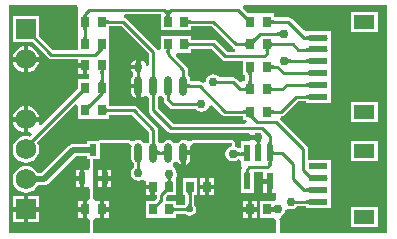
<source format=gtl>
G04 Layer_Physical_Order=1*
G04 Layer_Color=255*
%FSLAX24Y24*%
%MOIN*%
G70*
G01*
G75*
%ADD10R,0.0709X0.0472*%
%ADD11R,0.0610X0.0236*%
%ADD12R,0.0220X0.0580*%
%ADD13R,0.0264X0.0354*%
%ADD14O,0.0256X0.0650*%
%ADD15R,0.0276X0.0374*%
%ADD16R,0.0236X0.0394*%
%ADD17C,0.0100*%
%ADD18C,0.0200*%
%ADD19C,0.0680*%
%ADD20R,0.0680X0.0680*%
%ADD21C,0.0300*%
%ADD22C,0.0236*%
G36*
X5590Y7581D02*
X5577Y7566D01*
X5565Y7551D01*
X5554Y7535D01*
X5545Y7519D01*
X5537Y7502D01*
X5531Y7485D01*
X5526Y7467D01*
X5527Y7461D01*
X5532Y7450D01*
X5537Y7441D01*
X5544Y7434D01*
X5551Y7429D01*
X5560Y7426D01*
X5569Y7425D01*
X5520D01*
X5519Y7410D01*
X5419D01*
X5419Y7425D01*
X5369D01*
X5379Y7426D01*
X5387Y7429D01*
X5395Y7434D01*
X5401Y7441D01*
X5407Y7450D01*
X5411Y7461D01*
X5413Y7467D01*
X5408Y7485D01*
X5402Y7502D01*
X5394Y7519D01*
X5385Y7535D01*
X5374Y7551D01*
X5362Y7566D01*
X5349Y7581D01*
X5399Y7672D01*
X5413Y7659D01*
X5427Y7649D01*
X5441Y7642D01*
X5455Y7638D01*
X5469Y7637D01*
X5484Y7638D01*
X5498Y7642D01*
X5512Y7649D01*
X5526Y7659D01*
X5540Y7672D01*
X5590Y7581D01*
D02*
G37*
G36*
X2770Y7501D02*
X2771Y7485D01*
X2773Y7471D01*
X2776Y7459D01*
X2780Y7448D01*
X2785Y7440D01*
X2791Y7433D01*
X2797Y7429D01*
X2805Y7426D01*
X2813Y7425D01*
X2626D01*
X2634Y7426D01*
X2642Y7429D01*
X2648Y7433D01*
X2654Y7440D01*
X2659Y7448D01*
X2663Y7459D01*
X2666Y7471D01*
X2668Y7485D01*
X2669Y7501D01*
X2669Y7519D01*
X2769D01*
X2770Y7501D01*
D02*
G37*
G36*
X8066Y7475D02*
X8106Y7441D01*
X8123Y7429D01*
X8138Y7420D01*
X8151Y7414D01*
X8162Y7412D01*
X8172Y7413D01*
X8179Y7417D01*
X8185Y7425D01*
X8090Y7239D01*
X8094Y7249D01*
X8095Y7260D01*
X8093Y7271D01*
X8090Y7284D01*
X8084Y7298D01*
X8075Y7312D01*
X8065Y7328D01*
X8051Y7344D01*
X8036Y7362D01*
X8018Y7381D01*
X8044Y7497D01*
X8066Y7475D01*
D02*
G37*
G36*
X8912Y7340D02*
X8915Y7332D01*
X8920Y7325D01*
X8927Y7318D01*
X8936Y7312D01*
X8947Y7308D01*
X8960Y7304D01*
X8975Y7302D01*
X8992Y7301D01*
X9011Y7300D01*
Y7200D01*
X8992Y7200D01*
X8975Y7198D01*
X8960Y7196D01*
X8947Y7192D01*
X8936Y7188D01*
X8927Y7182D01*
X8920Y7175D01*
X8915Y7168D01*
X8912Y7160D01*
X8911Y7150D01*
Y7350D01*
X8912Y7340D01*
D02*
G37*
G36*
X6162D02*
X6165Y7332D01*
X6170Y7325D01*
X6177Y7318D01*
X6186Y7312D01*
X6197Y7308D01*
X6210Y7304D01*
X6225Y7302D01*
X6242Y7301D01*
X6261Y7300D01*
Y7200D01*
X6242Y7200D01*
X6225Y7198D01*
X6210Y7196D01*
X6197Y7192D01*
X6186Y7188D01*
X6177Y7182D01*
X6170Y7175D01*
X6165Y7168D01*
X6162Y7160D01*
X6161Y7150D01*
Y7350D01*
X6162Y7340D01*
D02*
G37*
G36*
X3411D02*
X3414Y7332D01*
X3419Y7325D01*
X3426Y7318D01*
X3435Y7312D01*
X3446Y7308D01*
X3460Y7304D01*
X3475Y7302D01*
X3492Y7301D01*
X3511Y7300D01*
Y7200D01*
X3492Y7200D01*
X3475Y7198D01*
X3460Y7196D01*
X3446Y7192D01*
X3435Y7188D01*
X3426Y7182D01*
X3419Y7175D01*
X3414Y7168D01*
X3411Y7160D01*
X3410Y7150D01*
Y7350D01*
X3411Y7340D01*
D02*
G37*
G36*
X2810Y7074D02*
X2801Y7071D01*
X2794Y7066D01*
X2787Y7059D01*
X2782Y7050D01*
X2777Y7039D01*
X2774Y7026D01*
X2771Y7010D01*
X2770Y6993D01*
X2769Y6974D01*
X2669D01*
X2669Y6993D01*
X2667Y7010D01*
X2665Y7026D01*
X2661Y7039D01*
X2657Y7050D01*
X2651Y7059D01*
X2645Y7066D01*
X2637Y7071D01*
X2629Y7074D01*
X2619Y7075D01*
X2819D01*
X2810Y7074D01*
D02*
G37*
G36*
X9243Y6745D02*
X9232Y6755D01*
X9221Y6765D01*
X9209Y6773D01*
X9197Y6780D01*
X9185Y6786D01*
X9172Y6791D01*
X9159Y6795D01*
X9146Y6798D01*
X9132Y6799D01*
X9119Y6800D01*
Y6900D01*
X9132Y6901D01*
X9146Y6902D01*
X9159Y6905D01*
X9172Y6909D01*
X9185Y6914D01*
X9197Y6920D01*
X9209Y6927D01*
X9221Y6935D01*
X9232Y6945D01*
X9243Y6955D01*
Y6745D01*
D02*
G37*
G36*
X2770Y6767D02*
X2771Y6749D01*
X2774Y6734D01*
X2777Y6721D01*
X2782Y6710D01*
X2787Y6701D01*
X2794Y6694D01*
X2801Y6689D01*
X2810Y6686D01*
X2819Y6685D01*
X2619D01*
X2629Y6686D01*
X2637Y6689D01*
X2645Y6694D01*
X2651Y6701D01*
X2657Y6710D01*
X2661Y6721D01*
X2665Y6734D01*
X2667Y6749D01*
X2669Y6767D01*
X2669Y6786D01*
X2769D01*
X2770Y6767D01*
D02*
G37*
G36*
X8417Y6637D02*
X8399Y6618D01*
X8371Y6584D01*
X8361Y6569D01*
X8352Y6554D01*
X8346Y6541D01*
X8343Y6528D01*
X8342Y6516D01*
X8343Y6505D01*
X8346Y6495D01*
X8254Y6686D01*
X8260Y6678D01*
X8267Y6673D01*
X8276Y6672D01*
X8288Y6674D01*
X8301Y6680D01*
X8316Y6688D01*
X8333Y6700D01*
X8352Y6716D01*
X8395Y6757D01*
X8417Y6637D01*
D02*
G37*
G36*
X10197Y6618D02*
X10196Y6628D01*
X10193Y6636D01*
X10188Y6644D01*
X10181Y6651D01*
X10172Y6656D01*
X10161Y6661D01*
X10148Y6664D01*
X10133Y6666D01*
X10115Y6668D01*
X10096Y6668D01*
Y6769D01*
X10115Y6769D01*
X10133Y6770D01*
X10148Y6773D01*
X10161Y6776D01*
X10172Y6781D01*
X10181Y6787D01*
X10188Y6793D01*
X10193Y6801D01*
X10196Y6809D01*
X10197Y6819D01*
Y6618D01*
D02*
G37*
G36*
X8928Y6590D02*
X8931Y6582D01*
X8936Y6575D01*
X8943Y6568D01*
X8952Y6562D01*
X8963Y6558D01*
X8976Y6554D01*
X8991Y6552D01*
X9008Y6550D01*
X9027Y6550D01*
Y6450D01*
X9008Y6449D01*
X8991Y6448D01*
X8976Y6446D01*
X8963Y6442D01*
X8952Y6438D01*
X8943Y6432D01*
X8936Y6425D01*
X8931Y6418D01*
X8928Y6410D01*
X8927Y6400D01*
Y6600D01*
X8928Y6590D01*
D02*
G37*
G36*
X8074Y6400D02*
X8073Y6410D01*
X8070Y6418D01*
X8065Y6425D01*
X8058Y6432D01*
X8049Y6438D01*
X8038Y6442D01*
X8025Y6446D01*
X8009Y6448D01*
X7992Y6449D01*
X7973Y6450D01*
Y6550D01*
X7992Y6550D01*
X8009Y6552D01*
X8025Y6554D01*
X8038Y6558D01*
X8049Y6562D01*
X8058Y6568D01*
X8065Y6575D01*
X8070Y6582D01*
X8073Y6590D01*
X8074Y6600D01*
Y6400D01*
D02*
G37*
G36*
X6161Y6590D02*
X6164Y6582D01*
X6169Y6575D01*
X6176Y6568D01*
X6185Y6562D01*
X6196Y6558D01*
X6210Y6554D01*
X6225Y6552D01*
X6242Y6550D01*
X6261Y6550D01*
Y6450D01*
X6242Y6449D01*
X6225Y6448D01*
X6210Y6446D01*
X6196Y6442D01*
X6185Y6438D01*
X6176Y6432D01*
X6169Y6425D01*
X6164Y6418D01*
X6161Y6410D01*
X6160Y6400D01*
Y6600D01*
X6161Y6590D01*
D02*
G37*
G36*
X3356Y6315D02*
X3345Y6318D01*
X3334Y6319D01*
X3322Y6317D01*
X3309Y6313D01*
X3295Y6307D01*
X3281Y6299D01*
X3265Y6288D01*
X3249Y6276D01*
X3232Y6261D01*
X3214Y6243D01*
X3083Y6254D01*
X3106Y6277D01*
X3141Y6318D01*
X3153Y6335D01*
X3162Y6350D01*
X3167Y6363D01*
X3169Y6374D01*
X3168Y6383D01*
X3163Y6390D01*
X3155Y6395D01*
X3356Y6315D01*
D02*
G37*
G36*
X2467Y7800D02*
X2472Y7700D01*
X2472Y7700D01*
X2472Y7700D01*
Y6303D01*
X1663D01*
X1190Y6776D01*
Y7440D01*
X310D01*
Y6560D01*
X974D01*
X1492Y6042D01*
X1541Y6009D01*
X1600Y5997D01*
X2488D01*
Y5875D01*
X2719D01*
Y5800D01*
X2794D01*
Y5523D01*
X2850D01*
Y5327D01*
X2488D01*
Y5034D01*
X1251Y3797D01*
X1166Y3854D01*
X1179Y3885D01*
X1184Y3925D01*
X825D01*
Y3566D01*
X865Y3571D01*
X896Y3584D01*
X953Y3499D01*
X877Y3424D01*
X865Y3429D01*
X750Y3444D01*
X635Y3429D01*
X528Y3384D01*
X436Y3314D01*
X366Y3222D01*
X321Y3115D01*
X306Y3000D01*
X321Y2885D01*
X366Y2778D01*
X436Y2686D01*
X528Y2616D01*
X635Y2571D01*
X750Y2556D01*
X865Y2571D01*
X972Y2616D01*
X1064Y2686D01*
X1134Y2778D01*
X1179Y2885D01*
X1194Y3000D01*
X1179Y3115D01*
X1134Y3222D01*
X1123Y3237D01*
X2379Y4494D01*
X2472Y4455D01*
Y4013D01*
X3528D01*
Y4147D01*
X4287D01*
X4847Y3587D01*
Y3270D01*
X4846Y3260D01*
X4846Y3256D01*
X4836Y3249D01*
X4806Y3204D01*
X4796Y3201D01*
X4704D01*
X4694Y3204D01*
X4664Y3249D01*
X4589Y3299D01*
X4500Y3317D01*
X4411Y3299D01*
X4362Y3266D01*
X4284Y3271D01*
X4242Y3289D01*
X4242Y3289D01*
X4236Y3291D01*
X4231Y3294D01*
X4217Y3297D01*
X4204Y3301D01*
X4198Y3301D01*
X4192Y3302D01*
X3218D01*
X3179Y3294D01*
X3146Y3272D01*
X3144Y3269D01*
X2782D01*
Y3176D01*
X2322D01*
X2244Y3161D01*
X2178Y3117D01*
X1266Y2204D01*
X1142D01*
X1134Y2222D01*
X1064Y2314D01*
X972Y2384D01*
X865Y2429D01*
X750Y2444D01*
X635Y2429D01*
X528Y2384D01*
X436Y2314D01*
X366Y2222D01*
X321Y2115D01*
X306Y2000D01*
X321Y1885D01*
X366Y1778D01*
X436Y1686D01*
X528Y1616D01*
X635Y1571D01*
X750Y1556D01*
X865Y1571D01*
X972Y1616D01*
X1064Y1686D01*
X1134Y1778D01*
X1142Y1796D01*
X1350D01*
X1428Y1812D01*
X1494Y1856D01*
X2407Y2769D01*
X2782D01*
Y2676D01*
X2898D01*
Y2402D01*
X2844Y2324D01*
X2798Y2324D01*
X2701D01*
Y2028D01*
Y1731D01*
X2798D01*
X2844Y1731D01*
X2898Y1653D01*
Y1365D01*
X2863Y1322D01*
X2834Y1296D01*
X2826Y1290D01*
X2826Y1290D01*
X2820Y1287D01*
X2819Y1287D01*
X2785D01*
Y1000D01*
Y713D01*
X2819D01*
X2820Y713D01*
X2826Y710D01*
X2826Y710D01*
X2834Y704D01*
X2863Y678D01*
X2898Y635D01*
Y200D01*
X2798Y200D01*
X200D01*
Y7800D01*
X2467D01*
D02*
G37*
G36*
X5238Y6973D02*
X5701D01*
Y6973D01*
X5799D01*
Y6973D01*
X6262D01*
Y7097D01*
X6937D01*
X7642Y6392D01*
X7691Y6359D01*
X7720Y6353D01*
X7711Y6253D01*
X7463D01*
X7108Y6608D01*
X7059Y6641D01*
X7000Y6653D01*
X6262D01*
Y6777D01*
X5799D01*
Y6777D01*
X5701D01*
Y6777D01*
X5238D01*
Y6359D01*
X5145Y6313D01*
X5138Y6314D01*
X5108Y6358D01*
X4108Y7358D01*
X4059Y7391D01*
X4030Y7397D01*
X4039Y7497D01*
X5238D01*
Y6973D01*
D02*
G37*
G36*
X10197Y6225D02*
X10196Y6234D01*
X10193Y6243D01*
X10188Y6250D01*
X10181Y6257D01*
X10172Y6262D01*
X10161Y6267D01*
X10148Y6270D01*
X10133Y6273D01*
X10115Y6274D01*
X10096Y6275D01*
Y6375D01*
X10115Y6375D01*
X10133Y6377D01*
X10148Y6379D01*
X10161Y6383D01*
X10172Y6387D01*
X10181Y6393D01*
X10188Y6399D01*
X10193Y6407D01*
X10196Y6415D01*
X10197Y6425D01*
Y6225D01*
D02*
G37*
G36*
X5560Y6324D02*
X5551Y6321D01*
X5544Y6316D01*
X5537Y6309D01*
X5532Y6300D01*
X5527Y6289D01*
X5524Y6276D01*
X5521Y6260D01*
X5520Y6243D01*
X5519Y6224D01*
X5419D01*
X5419Y6243D01*
X5417Y6260D01*
X5415Y6276D01*
X5411Y6289D01*
X5407Y6300D01*
X5401Y6309D01*
X5395Y6316D01*
X5387Y6321D01*
X5379Y6324D01*
X5369Y6325D01*
X5569D01*
X5560Y6324D01*
D02*
G37*
G36*
X8881Y6314D02*
X8872Y6311D01*
X8865Y6306D01*
X8858Y6299D01*
X8853Y6290D01*
X8848Y6279D01*
X8845Y6266D01*
X8842Y6251D01*
X8841Y6233D01*
X8840Y6214D01*
X8740D01*
X8740Y6233D01*
X8738Y6251D01*
X8736Y6266D01*
X8732Y6279D01*
X8728Y6290D01*
X8722Y6299D01*
X8716Y6306D01*
X8708Y6311D01*
X8700Y6314D01*
X8690Y6315D01*
X8890D01*
X8881Y6314D01*
D02*
G37*
G36*
X10197Y5850D02*
X10196Y5860D01*
X10193Y5868D01*
X10188Y5875D01*
X10181Y5882D01*
X10172Y5888D01*
X10161Y5892D01*
X10148Y5896D01*
X10132Y5898D01*
X10115Y5900D01*
X10096Y5900D01*
Y6000D01*
X10115Y6000D01*
X10132Y6002D01*
X10147Y6004D01*
X10160Y6008D01*
X10171Y6012D01*
X10180Y6018D01*
X10187Y6024D01*
X10192Y6032D01*
X10195Y6040D01*
X10196Y6050D01*
X10197Y5850D01*
D02*
G37*
G36*
X9468Y6045D02*
X9479Y6035D01*
X9491Y6027D01*
X9503Y6020D01*
X9515Y6014D01*
X9528Y6009D01*
X9541Y6005D01*
X9554Y6002D01*
X9568Y6001D01*
X9581Y6000D01*
Y5900D01*
X9568Y5899D01*
X9554Y5898D01*
X9541Y5895D01*
X9528Y5891D01*
X9515Y5886D01*
X9503Y5880D01*
X9491Y5873D01*
X9479Y5865D01*
X9468Y5855D01*
X9457Y5845D01*
Y6055D01*
X9468Y6045D01*
D02*
G37*
G36*
X4847Y6187D02*
Y5799D01*
X4747Y5789D01*
X4735Y5848D01*
X4680Y5930D01*
X4598Y5985D01*
X4575Y5990D01*
Y5750D01*
X4500D01*
Y5675D01*
X4260D01*
X4265Y5652D01*
X4320Y5570D01*
X4320Y5450D01*
X4285Y5398D01*
X4268Y5309D01*
Y5187D01*
X4500D01*
Y5112D01*
X4575D01*
Y4698D01*
X4589Y4701D01*
X4664Y4751D01*
X4688Y4787D01*
X4788Y4791D01*
X4847Y4720D01*
Y4300D01*
X4859Y4241D01*
X4892Y4192D01*
X5492Y3592D01*
X5541Y3559D01*
X5600Y3547D01*
X8186D01*
X8235Y3475D01*
X8500D01*
Y3325D01*
X8228D01*
X8182Y3260D01*
X7916D01*
Y3084D01*
X7914Y3081D01*
X7873Y3056D01*
X7816Y3040D01*
X7748Y3086D01*
X7725Y3090D01*
Y3095D01*
X7727Y3110D01*
X7717Y3210D01*
X7713Y3224D01*
X7710Y3239D01*
X7707Y3243D01*
X7705Y3248D01*
X7696Y3260D01*
X7688Y3272D01*
X7683Y3275D01*
X7680Y3279D01*
X7667Y3286D01*
X7655Y3294D01*
X7650Y3295D01*
X7645Y3298D01*
X7630Y3299D01*
X7616Y3302D01*
X6308D01*
X6302Y3301D01*
X6296Y3301D01*
X6283Y3297D01*
X6269Y3294D01*
X6264Y3291D01*
X6258Y3289D01*
X6258Y3289D01*
X6216Y3271D01*
X6138Y3266D01*
X6089Y3299D01*
X6000Y3317D01*
X5911Y3299D01*
X5836Y3249D01*
X5806Y3204D01*
X5796Y3201D01*
X5704D01*
X5694Y3204D01*
X5664Y3249D01*
X5589Y3299D01*
X5500Y3317D01*
X5411Y3299D01*
X5336Y3249D01*
X5312Y3213D01*
X5212Y3209D01*
X5153Y3280D01*
Y3650D01*
X5141Y3709D01*
X5108Y3758D01*
X4458Y4408D01*
X4409Y4441D01*
X4350Y4453D01*
X3528D01*
Y4587D01*
Y6213D01*
Y6787D01*
Y7097D01*
X3937D01*
X4847Y6187D01*
D02*
G37*
G36*
X8927Y5840D02*
X8930Y5832D01*
X8935Y5824D01*
X8942Y5818D01*
X8951Y5813D01*
X8962Y5808D01*
X8975Y5804D01*
X8991Y5802D01*
X9008Y5800D01*
X9027Y5800D01*
Y5700D01*
X9008Y5699D01*
X8991Y5698D01*
X8975Y5695D01*
X8962Y5692D01*
X8951Y5688D01*
X8942Y5682D01*
X8935Y5676D01*
X8930Y5668D01*
X8927Y5659D01*
X8926Y5650D01*
Y5850D01*
X8927Y5840D01*
D02*
G37*
G36*
X3371Y5624D02*
X3363Y5621D01*
X3355Y5616D01*
X3349Y5609D01*
X3343Y5600D01*
X3339Y5589D01*
X3335Y5576D01*
X3333Y5560D01*
X3331Y5543D01*
X3331Y5524D01*
X3231D01*
X3230Y5543D01*
X3229Y5560D01*
X3226Y5576D01*
X3223Y5589D01*
X3218Y5600D01*
X3213Y5609D01*
X3206Y5616D01*
X3199Y5621D01*
X3190Y5624D01*
X3181Y5625D01*
X3381D01*
X3371Y5624D01*
D02*
G37*
G36*
X8300Y5564D02*
X8292Y5561D01*
X8284Y5556D01*
X8278Y5549D01*
X8272Y5540D01*
X8268Y5529D01*
X8264Y5516D01*
X8262Y5501D01*
X8260Y5483D01*
X8260Y5464D01*
X8160D01*
X8159Y5483D01*
X8158Y5501D01*
X8155Y5516D01*
X8152Y5529D01*
X8147Y5540D01*
X8142Y5549D01*
X8135Y5556D01*
X8128Y5561D01*
X8119Y5564D01*
X8110Y5565D01*
X8310D01*
X8300Y5564D01*
D02*
G37*
G36*
X10197Y5437D02*
X10196Y5447D01*
X10193Y5455D01*
X10188Y5463D01*
X10181Y5469D01*
X10172Y5475D01*
X10161Y5479D01*
X10148Y5483D01*
X10133Y5485D01*
X10115Y5487D01*
X10096Y5487D01*
Y5587D01*
X10115Y5588D01*
X10133Y5589D01*
X10148Y5592D01*
X10161Y5595D01*
X10172Y5600D01*
X10181Y5605D01*
X10188Y5612D01*
X10193Y5619D01*
X10196Y5628D01*
X10197Y5637D01*
Y5437D01*
D02*
G37*
G36*
X6050Y5499D02*
X6054Y5454D01*
X6058Y5436D01*
X6062Y5421D01*
X6068Y5408D01*
X6074Y5399D01*
X6081Y5392D01*
X6090Y5388D01*
X6099Y5386D01*
X5901D01*
X5910Y5388D01*
X5919Y5392D01*
X5926Y5399D01*
X5932Y5408D01*
X5938Y5421D01*
X5942Y5436D01*
X5946Y5454D01*
X5948Y5475D01*
X5950Y5499D01*
X5950Y5526D01*
X6050D01*
X6050Y5499D01*
D02*
G37*
G36*
X5050D02*
X5054Y5454D01*
X5058Y5436D01*
X5062Y5421D01*
X5068Y5408D01*
X5074Y5399D01*
X5081Y5392D01*
X5090Y5388D01*
X5099Y5386D01*
X4901D01*
X4910Y5388D01*
X4919Y5392D01*
X4926Y5399D01*
X4932Y5408D01*
X4938Y5421D01*
X4942Y5436D01*
X4946Y5454D01*
X4948Y5475D01*
X4950Y5499D01*
X4950Y5526D01*
X5050D01*
X5050Y5499D01*
D02*
G37*
G36*
X4595Y5632D02*
X4585Y5621D01*
X4577Y5609D01*
X4570Y5597D01*
X4564Y5585D01*
X4559Y5572D01*
X4555Y5559D01*
X4552Y5546D01*
X4551Y5532D01*
X4550Y5521D01*
X4550Y5499D01*
X4554Y5454D01*
X4558Y5436D01*
X4562Y5421D01*
X4568Y5408D01*
X4574Y5399D01*
X4581Y5392D01*
X4590Y5388D01*
X4599Y5386D01*
X4401D01*
X4410Y5388D01*
X4419Y5392D01*
X4426Y5399D01*
X4432Y5408D01*
X4438Y5421D01*
X4442Y5436D01*
X4446Y5454D01*
X4448Y5475D01*
X4450Y5499D01*
X4450Y5521D01*
X4449Y5532D01*
X4448Y5546D01*
X4445Y5559D01*
X4441Y5572D01*
X4436Y5585D01*
X4430Y5597D01*
X4423Y5609D01*
X4415Y5621D01*
X4405Y5632D01*
X4395Y5643D01*
X4605D01*
X4595Y5632D01*
D02*
G37*
G36*
X7292Y5992D02*
X7341Y5959D01*
X7400Y5947D01*
X7972D01*
Y5463D01*
X8057D01*
Y5277D01*
X7988D01*
Y5270D01*
X7888Y5229D01*
X7758Y5358D01*
X7709Y5391D01*
X7650Y5403D01*
X7198D01*
X7180Y5430D01*
X7098Y5485D01*
X7000Y5505D01*
X6902Y5485D01*
X6820Y5430D01*
X6765Y5348D01*
X6747Y5261D01*
X6710Y5238D01*
X6650Y5216D01*
X6646Y5220D01*
X6596Y5253D01*
X6538Y5265D01*
X6232D01*
Y5309D01*
X6215Y5398D01*
X6164Y5473D01*
X6155Y5480D01*
X6153Y5498D01*
Y5650D01*
X6141Y5709D01*
X6108Y5758D01*
X5743Y6123D01*
X5785Y6223D01*
X5799D01*
Y6223D01*
X6262D01*
Y6347D01*
X6937D01*
X7292Y5992D01*
D02*
G37*
G36*
X3331Y5307D02*
X3333Y5290D01*
X3335Y5274D01*
X3339Y5261D01*
X3343Y5250D01*
X3349Y5241D01*
X3355Y5234D01*
X3363Y5229D01*
X3371Y5226D01*
X3381Y5225D01*
X3181D01*
X3190Y5226D01*
X3199Y5229D01*
X3206Y5234D01*
X3213Y5241D01*
X3218Y5250D01*
X3223Y5261D01*
X3226Y5274D01*
X3229Y5290D01*
X3230Y5307D01*
X3231Y5326D01*
X3331D01*
X3331Y5307D01*
D02*
G37*
G36*
X8260Y5257D02*
X8262Y5240D01*
X8264Y5224D01*
X8268Y5211D01*
X8272Y5200D01*
X8278Y5191D01*
X8284Y5184D01*
X8292Y5179D01*
X8300Y5176D01*
X8310Y5175D01*
X8110D01*
X8119Y5176D01*
X8128Y5179D01*
X8135Y5184D01*
X8142Y5191D01*
X8147Y5200D01*
X8152Y5211D01*
X8155Y5224D01*
X8158Y5240D01*
X8159Y5257D01*
X8160Y5276D01*
X8260D01*
X8260Y5257D01*
D02*
G37*
G36*
X10197Y5044D02*
X10196Y5053D01*
X10193Y5062D01*
X10188Y5069D01*
X10181Y5076D01*
X10172Y5081D01*
X10161Y5086D01*
X10148Y5089D01*
X10133Y5092D01*
X10115Y5093D01*
X10096Y5094D01*
Y5194D01*
X10115Y5194D01*
X10133Y5196D01*
X10148Y5198D01*
X10161Y5202D01*
X10172Y5206D01*
X10181Y5212D01*
X10188Y5218D01*
X10193Y5226D01*
X10196Y5234D01*
X10197Y5244D01*
Y5044D01*
D02*
G37*
G36*
X6128Y5203D02*
X6131Y5194D01*
X6136Y5187D01*
X6143Y5180D01*
X6152Y5175D01*
X6163Y5170D01*
X6176Y5167D01*
X6191Y5164D01*
X6209Y5163D01*
X6228Y5162D01*
Y5062D01*
X6209Y5062D01*
X6191Y5060D01*
X6176Y5058D01*
X6163Y5054D01*
X6152Y5050D01*
X6143Y5044D01*
X6136Y5038D01*
X6131Y5030D01*
X6128Y5022D01*
X6127Y5012D01*
Y5212D01*
X6128Y5203D01*
D02*
G37*
G36*
X8912Y5091D02*
X8915Y5082D01*
X8920Y5074D01*
X8927Y5068D01*
X8936Y5063D01*
X8947Y5058D01*
X8960Y5055D01*
X8975Y5052D01*
X8992Y5051D01*
X9011Y5050D01*
Y4950D01*
X8992Y4949D01*
X8975Y4948D01*
X8960Y4945D01*
X8947Y4942D01*
X8936Y4938D01*
X8927Y4932D01*
X8920Y4925D01*
X8915Y4918D01*
X8912Y4909D01*
X8911Y4900D01*
Y5100D01*
X8912Y5091D01*
D02*
G37*
G36*
X8090Y4900D02*
X8089Y4909D01*
X8086Y4918D01*
X8081Y4925D01*
X8074Y4932D01*
X8065Y4938D01*
X8054Y4942D01*
X8040Y4945D01*
X8025Y4948D01*
X8008Y4949D01*
X7989Y4950D01*
Y5050D01*
X8008Y5051D01*
X8025Y5052D01*
X8040Y5055D01*
X8054Y5058D01*
X8065Y5063D01*
X8074Y5068D01*
X8081Y5074D01*
X8086Y5082D01*
X8089Y5091D01*
X8090Y5100D01*
Y4900D01*
D02*
G37*
G36*
X5590Y4837D02*
X5581Y4833D01*
X5574Y4826D01*
X5568Y4816D01*
X5562Y4803D01*
X5558Y4788D01*
X5554Y4770D01*
X5552Y4749D01*
X5550Y4725D01*
X5550Y4699D01*
X5450D01*
X5450Y4725D01*
X5446Y4770D01*
X5442Y4788D01*
X5438Y4803D01*
X5432Y4816D01*
X5426Y4826D01*
X5419Y4833D01*
X5410Y4837D01*
X5401Y4838D01*
X5599D01*
X5590Y4837D01*
D02*
G37*
G36*
X5090D02*
X5081Y4833D01*
X5074Y4826D01*
X5068Y4816D01*
X5062Y4803D01*
X5058Y4788D01*
X5054Y4770D01*
X5052Y4749D01*
X5050Y4725D01*
X5050Y4699D01*
X4950D01*
X4950Y4725D01*
X4946Y4770D01*
X4942Y4788D01*
X4938Y4803D01*
X4932Y4816D01*
X4926Y4826D01*
X4919Y4833D01*
X4910Y4837D01*
X4901Y4838D01*
X5099D01*
X5090Y4837D01*
D02*
G37*
G36*
X10197Y4650D02*
X10196Y4660D01*
X10193Y4668D01*
X10188Y4676D01*
X10181Y4682D01*
X10172Y4688D01*
X10161Y4692D01*
X10148Y4696D01*
X10133Y4698D01*
X10115Y4699D01*
X10096Y4700D01*
Y4800D01*
X10115Y4800D01*
X10133Y4802D01*
X10148Y4805D01*
X10161Y4808D01*
X10172Y4812D01*
X10181Y4818D01*
X10188Y4825D01*
X10193Y4832D01*
X10196Y4841D01*
X10197Y4850D01*
Y4650D01*
D02*
G37*
G36*
X12800Y7800D02*
Y200D01*
X9202D01*
Y645D01*
X9202Y646D01*
X9202Y648D01*
X9201Y653D01*
X9206Y703D01*
X9207Y706D01*
X9240Y753D01*
X9247Y761D01*
X9257Y771D01*
X9330Y820D01*
X9385Y902D01*
X9398Y964D01*
X9482Y1012D01*
X9502Y1015D01*
X9502Y1015D01*
X9600Y995D01*
X9698Y1015D01*
X9780Y1070D01*
X9798Y1097D01*
X10095D01*
Y1031D01*
X10905D01*
Y1425D01*
Y1819D01*
Y2212D01*
Y2648D01*
X10153D01*
Y3000D01*
X10141Y3059D01*
X10108Y3108D01*
X9219Y3997D01*
X9227Y4049D01*
X9239Y4073D01*
X9254Y4098D01*
X9309Y4109D01*
X9358Y4142D01*
X9813Y4597D01*
X10095D01*
Y4534D01*
X10905D01*
Y4928D01*
Y5321D01*
Y5715D01*
Y6109D01*
Y6502D01*
Y6939D01*
X10095D01*
Y6939D01*
X10004Y6962D01*
X9608Y7358D01*
X9559Y7391D01*
X9500Y7403D01*
X9012D01*
Y7527D01*
X8551D01*
X8549Y7527D01*
Y7527D01*
X8451D01*
Y7527D01*
X8162D01*
X8140Y7545D01*
X7986Y7700D01*
X8027Y7800D01*
X12800D01*
D02*
G37*
G36*
X2917Y4437D02*
X2899Y4418D01*
X2871Y4384D01*
X2860Y4369D01*
X2852Y4354D01*
X2846Y4340D01*
X2842Y4328D01*
X2841Y4316D01*
X2842Y4305D01*
X2845Y4295D01*
X2754Y4485D01*
X2760Y4477D01*
X2767Y4472D01*
X2776Y4471D01*
X2787Y4474D01*
X2801Y4479D01*
X2816Y4488D01*
X2833Y4500D01*
X2852Y4516D01*
X2895Y4557D01*
X2917Y4437D01*
D02*
G37*
G36*
X3427Y4390D02*
X3430Y4382D01*
X3435Y4374D01*
X3442Y4368D01*
X3451Y4363D01*
X3462Y4358D01*
X3475Y4354D01*
X3491Y4352D01*
X3508Y4351D01*
X3527Y4350D01*
Y4250D01*
X3508Y4250D01*
X3491Y4248D01*
X3475Y4245D01*
X3462Y4242D01*
X3451Y4238D01*
X3442Y4232D01*
X3435Y4225D01*
X3430Y4218D01*
X3427Y4209D01*
X3426Y4200D01*
Y4400D01*
X3427Y4390D01*
D02*
G37*
G36*
X8911Y4340D02*
X8914Y4332D01*
X8919Y4324D01*
X8926Y4318D01*
X8935Y4313D01*
X8946Y4308D01*
X8960Y4304D01*
X8975Y4302D01*
X8992Y4300D01*
X9011Y4300D01*
Y4200D01*
X8992Y4200D01*
X8975Y4198D01*
X8960Y4196D01*
X8946Y4192D01*
X8935Y4187D01*
X8926Y4182D01*
X8919Y4175D01*
X8914Y4168D01*
X8911Y4160D01*
X8910Y4150D01*
Y4350D01*
X8911Y4340D01*
D02*
G37*
G36*
X8089Y4150D02*
X8088Y4160D01*
X8085Y4168D01*
X8080Y4175D01*
X8073Y4182D01*
X8064Y4187D01*
X8053Y4192D01*
X8040Y4196D01*
X8025Y4198D01*
X8008Y4200D01*
X7989Y4200D01*
Y4300D01*
X8008Y4300D01*
X8025Y4302D01*
X8040Y4304D01*
X8053Y4308D01*
X8064Y4313D01*
X8073Y4318D01*
X8080Y4324D01*
X8085Y4332D01*
X8088Y4340D01*
X8089Y4350D01*
Y4150D01*
D02*
G37*
G36*
X8350Y4074D02*
X8350Y4073D01*
X8352Y4071D01*
X8355Y4068D01*
X8382Y4039D01*
X8417Y4003D01*
X8276D01*
X8262Y4017D01*
X8247Y4029D01*
X8233Y4040D01*
X8219Y4049D01*
X8205Y4057D01*
X8191Y4064D01*
X8177Y4069D01*
X8163Y4072D01*
X8149Y4074D01*
X8135Y4075D01*
X8350Y4074D01*
D02*
G37*
G36*
X5347Y4720D02*
Y4650D01*
X5359Y4591D01*
X5392Y4542D01*
X5542Y4392D01*
X5591Y4359D01*
X5650Y4347D01*
X6402D01*
X6420Y4320D01*
X6502Y4265D01*
X6600Y4245D01*
X6698Y4265D01*
X6780Y4320D01*
X6835Y4402D01*
X6845Y4448D01*
X6953Y4481D01*
X7292Y4142D01*
X7341Y4109D01*
X7400Y4097D01*
X7988D01*
Y3973D01*
X8093D01*
X8109Y3950D01*
X8060Y3853D01*
X5663D01*
X5153Y4363D01*
Y4730D01*
X5154Y4740D01*
X5154Y4744D01*
X5164Y4751D01*
X5188Y4787D01*
X5288Y4791D01*
X5347Y4720D01*
D02*
G37*
G36*
X5050Y3275D02*
X5054Y3230D01*
X5058Y3212D01*
X5062Y3197D01*
X5068Y3184D01*
X5074Y3174D01*
X5081Y3167D01*
X5090Y3163D01*
X5099Y3162D01*
X4901D01*
X4910Y3163D01*
X4919Y3167D01*
X4926Y3174D01*
X4932Y3184D01*
X4938Y3197D01*
X4942Y3212D01*
X4946Y3230D01*
X4948Y3251D01*
X4950Y3275D01*
X4950Y3301D01*
X5050D01*
X5050Y3275D01*
D02*
G37*
G36*
X8925Y3240D02*
X8926Y3222D01*
X8929Y3207D01*
X8932Y3194D01*
X8937Y3183D01*
X8942Y3174D01*
X8949Y3167D01*
X8956Y3162D01*
X8965Y3159D01*
X8974Y3158D01*
X8774D01*
X8784Y3159D01*
X8792Y3162D01*
X8800Y3167D01*
X8806Y3174D01*
X8812Y3183D01*
X8816Y3194D01*
X8820Y3207D01*
X8822Y3222D01*
X8824Y3240D01*
X8824Y3259D01*
X8924D01*
X8925Y3240D01*
D02*
G37*
G36*
X8595Y3282D02*
X8585Y3271D01*
X8577Y3259D01*
X8570Y3247D01*
X8564Y3235D01*
X8559Y3222D01*
X8555Y3209D01*
X8554Y3207D01*
X8558Y3194D01*
X8562Y3183D01*
X8568Y3174D01*
X8575Y3167D01*
X8582Y3162D01*
X8590Y3159D01*
X8600Y3158D01*
X8400D01*
X8410Y3159D01*
X8418Y3162D01*
X8425Y3167D01*
X8432Y3174D01*
X8438Y3183D01*
X8442Y3194D01*
X8446Y3207D01*
X8445Y3209D01*
X8441Y3222D01*
X8436Y3235D01*
X8430Y3247D01*
X8423Y3259D01*
X8415Y3271D01*
X8405Y3282D01*
X8395Y3293D01*
X8605D01*
X8595Y3282D01*
D02*
G37*
G36*
X5373Y2788D02*
X5372Y2797D01*
X5369Y2806D01*
X5364Y2813D01*
X5357Y2820D01*
X5348Y2825D01*
X5337Y2830D01*
X5324Y2833D01*
X5309Y2836D01*
X5291Y2837D01*
X5272Y2838D01*
Y2938D01*
X5291Y2938D01*
X5309Y2940D01*
X5324Y2942D01*
X5337Y2946D01*
X5348Y2950D01*
X5357Y2956D01*
X5364Y2962D01*
X5369Y2970D01*
X5372Y2978D01*
X5373Y2988D01*
Y2788D01*
D02*
G37*
G36*
X5128Y2978D02*
X5131Y2970D01*
X5136Y2962D01*
X5143Y2956D01*
X5152Y2950D01*
X5163Y2946D01*
X5176Y2942D01*
X5191Y2940D01*
X5209Y2938D01*
X5228Y2938D01*
Y2838D01*
X5209Y2837D01*
X5191Y2836D01*
X5176Y2833D01*
X5163Y2830D01*
X5152Y2825D01*
X5143Y2820D01*
X5136Y2813D01*
X5131Y2806D01*
X5128Y2797D01*
X5127Y2788D01*
Y2988D01*
X5128Y2978D01*
D02*
G37*
G36*
X8983Y2961D02*
X8986Y2952D01*
X8991Y2945D01*
X8998Y2938D01*
X9007Y2932D01*
X9018Y2928D01*
X9031Y2925D01*
X9046Y2922D01*
X9064Y2921D01*
X9083Y2920D01*
Y2820D01*
X9064Y2819D01*
X9046Y2818D01*
X9031Y2815D01*
X9018Y2812D01*
X9007Y2808D01*
X8998Y2802D01*
X8991Y2795D01*
X8986Y2788D01*
X8983Y2779D01*
X8982Y2770D01*
Y2970D01*
X8983Y2961D01*
D02*
G37*
G36*
X8017Y2750D02*
X8016Y2760D01*
X8013Y2768D01*
X8008Y2776D01*
X8001Y2782D01*
X7992Y2788D01*
X7981Y2792D01*
X7968Y2795D01*
X7953Y2798D01*
X7936Y2799D01*
X7917Y2800D01*
Y2900D01*
X7936Y2900D01*
X7953Y2902D01*
X7968Y2905D01*
X7981Y2908D01*
X7992Y2912D01*
X8001Y2918D01*
X8008Y2925D01*
X8013Y2932D01*
X8016Y2941D01*
X8017Y2950D01*
Y2750D01*
D02*
G37*
G36*
X7768Y2945D02*
X7779Y2935D01*
X7791Y2927D01*
X7803Y2920D01*
X7815Y2914D01*
X7828Y2909D01*
X7841Y2905D01*
X7854Y2902D01*
X7868Y2901D01*
X7881Y2900D01*
Y2800D01*
X7868Y2799D01*
X7854Y2798D01*
X7841Y2795D01*
X7828Y2791D01*
X7815Y2786D01*
X7803Y2780D01*
X7791Y2773D01*
X7779Y2765D01*
X7768Y2755D01*
X7757Y2745D01*
Y2955D01*
X7768Y2945D01*
D02*
G37*
G36*
X8965Y2581D02*
X8956Y2578D01*
X8949Y2573D01*
X8942Y2566D01*
X8937Y2557D01*
X8932Y2546D01*
X8929Y2533D01*
X8926Y2518D01*
X8925Y2500D01*
X8924Y2481D01*
X8824D01*
X8824Y2500D01*
X8822Y2518D01*
X8820Y2533D01*
X8816Y2546D01*
X8812Y2557D01*
X8806Y2566D01*
X8800Y2573D01*
X8792Y2578D01*
X8784Y2581D01*
X8774Y2582D01*
X8974D01*
X8965Y2581D01*
D02*
G37*
G36*
X4590Y2612D02*
X4581Y2608D01*
X4574Y2601D01*
X4568Y2591D01*
X4562Y2579D01*
X4558Y2564D01*
X4554Y2546D01*
X4552Y2525D01*
X4550Y2501D01*
X4550Y2474D01*
X4450D01*
X4450Y2501D01*
X4446Y2546D01*
X4442Y2564D01*
X4438Y2579D01*
X4432Y2591D01*
X4426Y2601D01*
X4419Y2608D01*
X4410Y2612D01*
X4401Y2614D01*
X4599D01*
X4590Y2612D01*
D02*
G37*
G36*
X8176Y2300D02*
X8178Y2282D01*
X8180Y2267D01*
X8184Y2254D01*
X8188Y2243D01*
X8194Y2234D01*
X8200Y2227D01*
X8208Y2222D01*
X8216Y2219D01*
X8226Y2218D01*
X8026D01*
X8035Y2219D01*
X8044Y2222D01*
X8051Y2227D01*
X8058Y2234D01*
X8063Y2243D01*
X8068Y2254D01*
X8071Y2267D01*
X8074Y2282D01*
X8075Y2300D01*
X8076Y2319D01*
X8176D01*
X8176Y2300D01*
D02*
G37*
G36*
X10164Y2202D02*
X10205Y2167D01*
X10222Y2155D01*
X10237Y2146D01*
X10250Y2141D01*
X10261Y2139D01*
X10270Y2140D01*
X10278Y2144D01*
X10283Y2152D01*
X10197Y1957D01*
X10200Y1968D01*
X10201Y1979D01*
X10200Y1990D01*
X10196Y2003D01*
X10190Y2017D01*
X10182Y2032D01*
X10171Y2047D01*
X10158Y2063D01*
X10143Y2081D01*
X10125Y2099D01*
X10141Y2224D01*
X10164Y2202D01*
D02*
G37*
G36*
X5625Y2062D02*
X5616Y2051D01*
X5607Y2040D01*
X5600Y2028D01*
X5594Y2015D01*
X5589Y2003D01*
X5585Y1990D01*
X5584Y1982D01*
X5585Y1974D01*
X5589Y1961D01*
X5593Y1950D01*
X5599Y1941D01*
X5605Y1934D01*
X5613Y1929D01*
X5621Y1926D01*
X5631Y1925D01*
X5431D01*
X5440Y1926D01*
X5449Y1929D01*
X5456Y1934D01*
X5463Y1941D01*
X5468Y1950D01*
X5473Y1961D01*
X5476Y1974D01*
X5477Y1982D01*
X5476Y1990D01*
X5472Y2003D01*
X5467Y2015D01*
X5461Y2028D01*
X5454Y2040D01*
X5445Y2051D01*
X5436Y2062D01*
X5426Y2073D01*
X5636D01*
X5625Y2062D01*
D02*
G37*
G36*
X5496Y1574D02*
X5490Y1582D01*
X5483Y1586D01*
X5473Y1587D01*
X5462Y1585D01*
X5449Y1580D01*
X5434Y1571D01*
X5417Y1559D01*
X5398Y1544D01*
X5355Y1503D01*
X5329Y1619D01*
X5347Y1638D01*
X5375Y1672D01*
X5386Y1687D01*
X5394Y1702D01*
X5400Y1716D01*
X5404Y1728D01*
X5405Y1740D01*
X5403Y1751D01*
X5400Y1761D01*
X5496Y1574D01*
D02*
G37*
G36*
X10197Y1544D02*
X10196Y1553D01*
X10193Y1562D01*
X10188Y1569D01*
X10181Y1576D01*
X10172Y1581D01*
X10161Y1586D01*
X10148Y1589D01*
X10133Y1592D01*
X10115Y1593D01*
X10096Y1594D01*
Y1694D01*
X10115Y1694D01*
X10133Y1696D01*
X10148Y1698D01*
X10161Y1702D01*
X10172Y1706D01*
X10181Y1712D01*
X10188Y1718D01*
X10193Y1726D01*
X10196Y1734D01*
X10197Y1744D01*
Y1544D01*
D02*
G37*
G36*
X6300Y1564D02*
X6292Y1561D01*
X6284Y1556D01*
X6278Y1549D01*
X6272Y1540D01*
X6268Y1529D01*
X6264Y1516D01*
X6262Y1501D01*
X6260Y1483D01*
X6260Y1464D01*
X6160D01*
X6159Y1483D01*
X6158Y1501D01*
X6155Y1516D01*
X6152Y1529D01*
X6147Y1540D01*
X6142Y1549D01*
X6135Y1556D01*
X6128Y1561D01*
X6119Y1564D01*
X6110Y1565D01*
X6310D01*
X6300Y1564D01*
D02*
G37*
G36*
X5171Y1131D02*
X5153Y1112D01*
X5124Y1078D01*
X5114Y1062D01*
X5105Y1048D01*
X5099Y1034D01*
X5096Y1021D01*
X5094Y1010D01*
X5095Y999D01*
X5099Y989D01*
X5004Y1175D01*
X5010Y1167D01*
X5017Y1163D01*
X5027Y1162D01*
X5038Y1164D01*
X5051Y1170D01*
X5066Y1179D01*
X5083Y1191D01*
X5102Y1206D01*
X5145Y1247D01*
X5171Y1131D01*
D02*
G37*
G36*
X10197Y1150D02*
X10196Y1160D01*
X10193Y1168D01*
X10188Y1176D01*
X10181Y1182D01*
X10172Y1187D01*
X10161Y1192D01*
X10148Y1195D01*
X10133Y1198D01*
X10115Y1199D01*
X10096Y1200D01*
Y1300D01*
X10115Y1301D01*
X10133Y1302D01*
X10148Y1304D01*
X10161Y1308D01*
X10172Y1312D01*
X10181Y1318D01*
X10188Y1324D01*
X10193Y1332D01*
X10196Y1340D01*
X10197Y1350D01*
Y1150D01*
D02*
G37*
G36*
X6260Y1166D02*
X6261Y1154D01*
X6263Y1144D01*
X6265Y1133D01*
X6268Y1124D01*
X6271Y1115D01*
X6276Y1106D01*
X6281Y1098D01*
X6286Y1091D01*
X6292Y1084D01*
X6127D01*
X6133Y1091D01*
X6139Y1098D01*
X6144Y1106D01*
X6148Y1115D01*
X6151Y1124D01*
X6154Y1133D01*
X6157Y1144D01*
X6158Y1154D01*
X6159Y1166D01*
X6160Y1178D01*
X6260D01*
X6260Y1166D01*
D02*
G37*
G36*
X9043Y895D02*
X9032Y905D01*
X9021Y915D01*
X9009Y923D01*
X8997Y930D01*
X8985Y936D01*
X8972Y941D01*
X8966Y943D01*
X8962Y942D01*
X8951Y938D01*
X8942Y932D01*
X8935Y926D01*
X8930Y918D01*
X8927Y909D01*
X8926Y900D01*
Y950D01*
X8919Y950D01*
Y1050D01*
X8926Y1050D01*
Y1100D01*
X8927Y1090D01*
X8930Y1082D01*
X8935Y1075D01*
X8942Y1068D01*
X8951Y1063D01*
X8962Y1058D01*
X8966Y1057D01*
X8972Y1059D01*
X8985Y1064D01*
X8997Y1070D01*
X9009Y1077D01*
X9021Y1085D01*
X9032Y1095D01*
X9043Y1105D01*
Y895D01*
D02*
G37*
G36*
X6125Y917D02*
X6119Y924D01*
X6111Y929D01*
X6103Y934D01*
X6095Y938D01*
X6086Y942D01*
X6076Y945D01*
X6066Y947D01*
X6055Y949D01*
X6044Y950D01*
X6032Y950D01*
Y1050D01*
X6044Y1050D01*
X6055Y1051D01*
X6066Y1053D01*
X6076Y1055D01*
X6086Y1058D01*
X6095Y1062D01*
X6103Y1066D01*
X6111Y1071D01*
X6119Y1076D01*
X6125Y1083D01*
Y917D01*
D02*
G37*
G36*
X5661Y1090D02*
X5664Y1082D01*
X5669Y1075D01*
X5676Y1068D01*
X5685Y1063D01*
X5696Y1058D01*
X5710Y1054D01*
X5725Y1052D01*
X5742Y1050D01*
X5761Y1050D01*
Y950D01*
X5742Y949D01*
X5725Y948D01*
X5710Y945D01*
X5696Y942D01*
X5685Y938D01*
X5676Y932D01*
X5669Y926D01*
X5664Y918D01*
X5661Y909D01*
X5660Y900D01*
Y1100D01*
X5661Y1090D01*
D02*
G37*
G36*
X4192Y3200D02*
X4271Y3100D01*
X4268Y3085D01*
Y2691D01*
X4285Y2602D01*
X4336Y2527D01*
X4345Y2520D01*
X4347Y2502D01*
Y2398D01*
X4320Y2380D01*
X4265Y2298D01*
X4245Y2200D01*
X4265Y2102D01*
X4320Y2020D01*
X4402Y1965D01*
X4500Y1945D01*
X4598Y1965D01*
X4638Y1991D01*
X4738Y1939D01*
Y1825D01*
X4969D01*
Y1750D01*
X5044D01*
Y1473D01*
X5112D01*
Y1359D01*
X5053Y1300D01*
X5035Y1283D01*
X5028Y1277D01*
X4738D01*
Y723D01*
X5199D01*
X5201Y723D01*
Y723D01*
X5299D01*
Y723D01*
X5762D01*
Y847D01*
X6045D01*
X6047Y847D01*
X6050Y846D01*
X6052Y843D01*
X6125Y795D01*
X6210Y778D01*
X6295Y795D01*
X6367Y843D01*
X6415Y915D01*
X6432Y1000D01*
X6415Y1085D01*
X6367Y1157D01*
X6364Y1160D01*
X6363Y1162D01*
X6363Y1164D01*
Y1463D01*
X6447D01*
Y2037D01*
X5972D01*
Y1463D01*
X6057D01*
Y1164D01*
X6056Y1162D01*
X6056Y1160D01*
X6052Y1157D01*
X6050Y1154D01*
X6047Y1153D01*
X6045Y1153D01*
X5762D01*
Y1277D01*
X5433D01*
X5418Y1296D01*
Y1421D01*
X5447Y1450D01*
X5465Y1467D01*
X5472Y1473D01*
X5501D01*
X5504Y1472D01*
X5506Y1473D01*
X5762D01*
Y2027D01*
X5762Y2027D01*
X5774Y2122D01*
X5785Y2181D01*
X5766Y2278D01*
X5711Y2361D01*
X5653Y2399D01*
X5641Y2485D01*
X5646Y2514D01*
X5664Y2527D01*
X5694Y2572D01*
X5704Y2575D01*
X5796D01*
X5806Y2572D01*
X5836Y2527D01*
X5911Y2476D01*
X5925Y2473D01*
Y2888D01*
X6000D01*
Y2963D01*
X6232D01*
Y3085D01*
X6229Y3100D01*
X6308Y3200D01*
X7616D01*
X7625Y3100D01*
X7552Y3086D01*
X7470Y3030D01*
X7415Y2948D01*
X7395Y2850D01*
X7415Y2752D01*
X7470Y2670D01*
X7552Y2614D01*
X7650Y2595D01*
X7748Y2614D01*
X7816Y2660D01*
X7873Y2644D01*
X7914Y2619D01*
X7916Y2616D01*
Y2480D01*
X7916D01*
X7949Y2389D01*
X7917Y2320D01*
X7916D01*
Y1540D01*
X8336D01*
Y2247D01*
X8664D01*
Y2005D01*
X8874D01*
Y1930D01*
X8949D01*
Y1540D01*
X9084D01*
X9100Y1447D01*
Y1355D01*
X9028Y1287D01*
X8553D01*
Y713D01*
X9028D01*
X9100Y645D01*
Y200D01*
X3000Y200D01*
Y635D01*
X3053Y713D01*
X3100Y713D01*
X3215D01*
Y1000D01*
Y1287D01*
X3100D01*
X3053Y1287D01*
X3000Y1365D01*
Y2676D01*
X3218D01*
Y3200D01*
X4192D01*
D02*
G37*
%LPC*%
G36*
X825Y6434D02*
Y6075D01*
X1184D01*
X1179Y6115D01*
X1134Y6222D01*
X1064Y6314D01*
X972Y6384D01*
X865Y6429D01*
X825Y6434D01*
D02*
G37*
G36*
X675D02*
X635Y6429D01*
X528Y6384D01*
X436Y6314D01*
X366Y6222D01*
X321Y6115D01*
X316Y6075D01*
X675D01*
Y6434D01*
D02*
G37*
G36*
X1184Y5925D02*
X825D01*
Y5566D01*
X865Y5571D01*
X972Y5616D01*
X1064Y5686D01*
X1134Y5778D01*
X1179Y5885D01*
X1184Y5925D01*
D02*
G37*
G36*
X675D02*
X316D01*
X321Y5885D01*
X366Y5778D01*
X436Y5686D01*
X528Y5616D01*
X635Y5571D01*
X675Y5566D01*
Y5925D01*
D02*
G37*
G36*
X2644Y5725D02*
X2488D01*
Y5523D01*
X2644D01*
Y5725D01*
D02*
G37*
G36*
X825Y4434D02*
Y4075D01*
X1184D01*
X1179Y4115D01*
X1134Y4222D01*
X1064Y4314D01*
X972Y4384D01*
X865Y4429D01*
X825Y4434D01*
D02*
G37*
G36*
X675D02*
X635Y4429D01*
X528Y4384D01*
X436Y4314D01*
X366Y4222D01*
X321Y4115D01*
X316Y4075D01*
X675D01*
Y4434D01*
D02*
G37*
G36*
Y3925D02*
X316D01*
X321Y3885D01*
X366Y3778D01*
X436Y3686D01*
X528Y3616D01*
X635Y3571D01*
X675Y3566D01*
Y3925D01*
D02*
G37*
G36*
X2551Y2324D02*
X2408D01*
Y2103D01*
X2551D01*
Y2324D01*
D02*
G37*
G36*
Y1953D02*
X2408D01*
Y1731D01*
X2551D01*
Y1953D01*
D02*
G37*
G36*
X1190Y1440D02*
X825D01*
Y1075D01*
X1190D01*
Y1440D01*
D02*
G37*
G36*
X2635Y1287D02*
X2472D01*
Y1075D01*
X2635D01*
Y1287D01*
D02*
G37*
G36*
X675Y1440D02*
X310D01*
Y1075D01*
X675D01*
Y1440D01*
D02*
G37*
G36*
X2635Y925D02*
X2472D01*
Y713D01*
X2635D01*
Y925D01*
D02*
G37*
G36*
X1190D02*
X825D01*
Y560D01*
X1190D01*
Y925D01*
D02*
G37*
G36*
X675D02*
X310D01*
Y560D01*
X675D01*
Y925D01*
D02*
G37*
G36*
X4425Y5990D02*
X4402Y5985D01*
X4320Y5930D01*
X4265Y5848D01*
X4260Y5825D01*
X4425D01*
Y5990D01*
D02*
G37*
G36*
Y5037D02*
X4268D01*
Y4915D01*
X4285Y4826D01*
X4336Y4751D01*
X4411Y4701D01*
X4425Y4698D01*
Y5037D01*
D02*
G37*
G36*
X12480Y7569D02*
X11571D01*
Y6896D01*
X12480D01*
Y7569D01*
D02*
G37*
G36*
Y4576D02*
X11571D01*
Y3904D01*
X12480D01*
Y4576D01*
D02*
G37*
G36*
Y3278D02*
X11571D01*
Y2606D01*
X12480D01*
Y3278D01*
D02*
G37*
G36*
Y1074D02*
X11571D01*
Y401D01*
X12480D01*
Y1074D01*
D02*
G37*
G36*
X6232Y2813D02*
X6075D01*
Y2473D01*
X6089Y2476D01*
X6164Y2527D01*
X6215Y2602D01*
X6232Y2691D01*
Y2813D01*
D02*
G37*
G36*
X3592Y2324D02*
X3449D01*
Y2103D01*
X3592D01*
Y2324D01*
D02*
G37*
G36*
X3299D02*
X3156D01*
Y2103D01*
X3299D01*
Y2324D01*
D02*
G37*
G36*
X7028Y2037D02*
X6865D01*
Y1825D01*
X7028D01*
Y2037D01*
D02*
G37*
G36*
X6715D02*
X6553D01*
Y1825D01*
X6715D01*
Y2037D01*
D02*
G37*
G36*
X3592Y1953D02*
X3449D01*
Y1731D01*
X3592D01*
Y1953D01*
D02*
G37*
G36*
X3299D02*
X3156D01*
Y1731D01*
X3299D01*
Y1953D01*
D02*
G37*
G36*
X8799Y1855D02*
X8664D01*
Y1540D01*
X8799D01*
Y1855D01*
D02*
G37*
G36*
X4894Y1675D02*
X4738D01*
Y1473D01*
X4894D01*
Y1675D01*
D02*
G37*
G36*
X7028D02*
X6865D01*
Y1463D01*
X7028D01*
Y1675D01*
D02*
G37*
G36*
X6715D02*
X6553D01*
Y1463D01*
X6715D01*
Y1675D01*
D02*
G37*
G36*
X3365Y1287D02*
Y1075D01*
X3528D01*
Y1287D01*
X3365D01*
D02*
G37*
G36*
X8447D02*
X8285D01*
Y1075D01*
X8447D01*
Y1287D01*
D02*
G37*
G36*
X8135D02*
X7972D01*
Y1075D01*
X8135D01*
Y1287D01*
D02*
G37*
G36*
X8447Y925D02*
X8285D01*
Y713D01*
X8447D01*
Y925D01*
D02*
G37*
G36*
X8135D02*
X7972D01*
Y713D01*
X8135D01*
Y925D01*
D02*
G37*
G36*
X3528D02*
X3365D01*
Y713D01*
X3528D01*
Y925D01*
D02*
G37*
%LPD*%
D10*
X12026Y7232D02*
D03*
Y4240D02*
D03*
Y2942D02*
D03*
Y737D02*
D03*
D11*
X10500Y4752D02*
D03*
Y5146D02*
D03*
Y5539D02*
D03*
Y5933D02*
D03*
Y6327D02*
D03*
Y6720D02*
D03*
Y1249D02*
D03*
Y1643D02*
D03*
Y2037D02*
D03*
Y2430D02*
D03*
D12*
X8874Y2870D02*
D03*
X8500D02*
D03*
X8126D02*
D03*
Y1930D02*
D03*
X8874D02*
D03*
D13*
X2719Y7250D02*
D03*
X3281D02*
D03*
X2719Y5050D02*
D03*
X3281D02*
D03*
Y5800D02*
D03*
X2719D02*
D03*
X4969Y1000D02*
D03*
X5531D02*
D03*
X4969Y1750D02*
D03*
X5531D02*
D03*
X8219Y4250D02*
D03*
X8781D02*
D03*
X5469Y6500D02*
D03*
X6031D02*
D03*
X8781Y5000D02*
D03*
X8219D02*
D03*
X8781Y7250D02*
D03*
X8219D02*
D03*
X6031D02*
D03*
X5469D02*
D03*
D14*
X4500Y2888D02*
D03*
X5000D02*
D03*
X5500D02*
D03*
X6000D02*
D03*
X4500Y5112D02*
D03*
X5000D02*
D03*
X5500D02*
D03*
X6000D02*
D03*
D15*
X8790Y1000D02*
D03*
X8210D02*
D03*
X6210Y1750D02*
D03*
X6790D02*
D03*
X8790Y5750D02*
D03*
X8210D02*
D03*
Y6500D02*
D03*
X8790D02*
D03*
X3290D02*
D03*
X2710D02*
D03*
X3290Y4300D02*
D03*
X2710D02*
D03*
Y1000D02*
D03*
X3290D02*
D03*
D16*
X3000Y2972D02*
D03*
X3374Y2028D02*
D03*
X2626D02*
D03*
D17*
X7650Y2850D02*
X8106D01*
X10006Y1644D02*
X10500D01*
X4969Y1000D02*
X5265Y1296D01*
Y1485D01*
X5531Y1750D01*
X8126Y1930D02*
Y2326D01*
X8200Y2400D01*
X8800D01*
X8874Y2474D01*
Y2870D01*
X5000Y2888D02*
X5500D01*
X6031Y6500D02*
X7000D01*
X7400Y6100D01*
X8700D01*
X8790Y6190D01*
Y6500D01*
X2719Y7250D02*
Y7519D01*
X2850Y7650D01*
X2710Y6500D02*
X2719Y6510D01*
Y7250D01*
X2850Y7650D02*
X5350D01*
X5469Y7531D01*
Y7250D02*
Y7531D01*
X5589Y7650D01*
X7819D01*
X8219Y7250D01*
X6031D02*
X7000D01*
X7750Y6500D01*
X8210D01*
X3281Y5050D02*
Y5800D01*
Y4871D02*
Y5050D01*
X2710Y4300D02*
X3281Y4871D01*
X5531Y1750D02*
Y2181D01*
X4500Y2200D02*
Y2888D01*
X8210Y5010D02*
Y5750D01*
Y5010D02*
X8219Y5000D01*
X8624Y3700D02*
X8874Y3450D01*
Y2870D02*
Y3450D01*
X8500Y2870D02*
Y3400D01*
X8219Y4131D02*
Y4250D01*
Y4131D02*
X8450Y3900D01*
X9650Y2000D02*
X10006Y1644D01*
X8874Y2870D02*
X9280D01*
X9650Y2500D01*
Y2000D02*
Y2500D01*
X8450Y3900D02*
X9100D01*
X10000Y3000D01*
X5469Y6181D02*
Y6500D01*
Y6181D02*
X6000Y5650D01*
Y5112D02*
Y5650D01*
X4000Y7250D02*
X5000Y6250D01*
Y5112D02*
Y6250D01*
X4350Y4300D02*
X5000Y3650D01*
Y2888D02*
Y3650D01*
Y4300D02*
Y5112D01*
Y4300D02*
X5600Y3700D01*
X8624D01*
X5500Y4650D02*
Y5112D01*
Y4650D02*
X5650Y4500D01*
X6600D01*
X6000Y5112D02*
X6538D01*
X7400Y4250D01*
X8219D01*
X7000Y5250D02*
X7650D01*
X8790Y1000D02*
X9150D01*
X8560Y6850D02*
X9350D01*
X8210Y6500D02*
X8560Y6850D01*
X8781Y5000D02*
X9300D01*
X9444Y5144D01*
X10500D01*
X9750Y4750D02*
X10500D01*
X9250Y4250D02*
X9750Y4750D01*
X8781Y4250D02*
X9250D01*
X9600Y1250D02*
X10500D01*
X750Y3081D02*
X2719Y5050D01*
X750Y3000D02*
Y3081D01*
Y7000D02*
X1600Y6150D01*
X3050D01*
X3290Y6390D01*
Y6500D01*
X4500Y5112D02*
Y5750D01*
X3281Y7250D02*
X4000D01*
X3290Y4300D02*
X4350D01*
X7900Y5000D02*
X8219D01*
X7650Y5250D02*
X7900Y5000D01*
X8790Y6500D02*
X9650D01*
X9825Y6325D01*
X10750D01*
X8781Y7250D02*
X9500D01*
X10031Y6719D01*
X10750D01*
X10000Y2295D02*
X10245Y2050D01*
X10000Y2295D02*
Y3000D01*
X10245Y2050D02*
X10487D01*
X10500Y2037D01*
X10750D01*
X10481Y5950D02*
X10500Y5931D01*
X9350Y5950D02*
X10481D01*
X8790Y5750D02*
X9126D01*
X9338Y5537D01*
X10500D01*
X5531Y1000D02*
X6210D01*
Y1750D01*
D18*
X2322Y2972D02*
X3000D01*
X1350Y2000D02*
X2322Y2972D01*
X750Y2000D02*
X1350D01*
D19*
X750D02*
D03*
Y3000D02*
D03*
Y4000D02*
D03*
Y6000D02*
D03*
D20*
Y1000D02*
D03*
Y7000D02*
D03*
D21*
X7650Y2850D02*
D03*
X5531Y2181D02*
D03*
X4500Y2200D02*
D03*
X8500Y3400D02*
D03*
X6600Y4500D02*
D03*
X7000Y5250D02*
D03*
X9350Y6850D02*
D03*
X9150Y1000D02*
D03*
X9600Y1250D02*
D03*
X4500Y5750D02*
D03*
X9350Y5950D02*
D03*
D22*
X6210Y1000D02*
D03*
M02*

</source>
